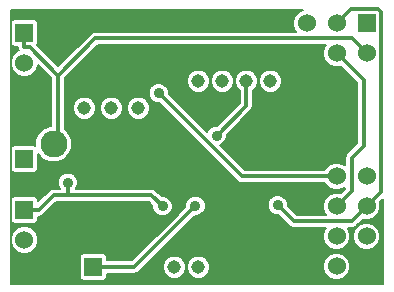
<source format=gbl>
G04 (created by PCBNEW (2011-nov-30)-testing) date Thu 18 Oct 2012 10:53:08 EDT*
%MOIN*%
G04 Gerber Fmt 3.4, Leading zero omitted, Abs format*
%FSLAX34Y34*%
G01*
G70*
G90*
G04 APERTURE LIST*
%ADD10C,3.93701e-06*%
%ADD11R,0.06X0.06*%
%ADD12C,0.06*%
%ADD13C,0.045*%
%ADD14C,0.09*%
%ADD15C,0.035*%
%ADD16C,0.012*%
%ADD17C,0.0079*%
G04 APERTURE END LIST*
G54D10*
G54D11*
X61709Y-44979D03*
G54D12*
X60709Y-44979D03*
X61709Y-43979D03*
X60709Y-43979D03*
X61709Y-42979D03*
X60709Y-42979D03*
X61709Y-41979D03*
X60709Y-41979D03*
G54D11*
X61716Y-36877D03*
G54D12*
X61716Y-37877D03*
X60716Y-36877D03*
X60716Y-37877D03*
X59716Y-36877D03*
X59716Y-37877D03*
G54D11*
X50300Y-43100D03*
G54D12*
X50300Y-44100D03*
G54D11*
X52600Y-45000D03*
G54D12*
X51600Y-45000D03*
G54D13*
X56100Y-45000D03*
X55300Y-45000D03*
X52300Y-39700D03*
X53200Y-39700D03*
X54100Y-39700D03*
X56100Y-38800D03*
X56900Y-38800D03*
X57700Y-38800D03*
X58500Y-38800D03*
G54D11*
X50300Y-37200D03*
G54D12*
X50300Y-38200D03*
G54D11*
X50300Y-41400D03*
G54D12*
X50300Y-40400D03*
G54D14*
X59150Y-40900D03*
X51276Y-40900D03*
G54D15*
X54904Y-42976D03*
X51747Y-42190D03*
X54777Y-39203D03*
X58744Y-42934D03*
X52300Y-41432D03*
X55837Y-36988D03*
X51560Y-37270D03*
X51058Y-39623D03*
X59920Y-44915D03*
X61249Y-40605D03*
X53458Y-41299D03*
X55020Y-41904D03*
X56705Y-40616D03*
X56003Y-42963D03*
G54D16*
X50300Y-43100D02*
X50780Y-43100D01*
X51747Y-42608D02*
X51747Y-42190D01*
X54536Y-42608D02*
X51747Y-42608D01*
X54904Y-42976D02*
X54536Y-42608D01*
X51272Y-42608D02*
X50780Y-43100D01*
X51747Y-42608D02*
X51272Y-42608D01*
X50300Y-37200D02*
X50300Y-37680D01*
X52659Y-37377D02*
X51418Y-38618D01*
X61216Y-37377D02*
X52659Y-37377D01*
X61716Y-37877D02*
X61216Y-37377D01*
X51418Y-40757D02*
X51418Y-38618D01*
X51275Y-40900D02*
X51418Y-40757D01*
X50480Y-37680D02*
X50300Y-37680D01*
X51418Y-38618D02*
X50480Y-37680D01*
X57553Y-41979D02*
X54777Y-39203D01*
X60709Y-41979D02*
X57553Y-41979D01*
X61209Y-42479D02*
X60709Y-42979D01*
X61209Y-41355D02*
X61209Y-42479D01*
X61608Y-40955D02*
X61209Y-41355D01*
X61608Y-38769D02*
X61608Y-40955D01*
X60716Y-37877D02*
X61608Y-38769D01*
X62203Y-42485D02*
X61709Y-42979D01*
X62203Y-36509D02*
X62203Y-42485D01*
X62092Y-36397D02*
X62203Y-36509D01*
X61197Y-36397D02*
X62092Y-36397D01*
X60716Y-36877D02*
X61197Y-36397D01*
X59290Y-43479D02*
X58744Y-42934D01*
X61209Y-43479D02*
X59290Y-43479D01*
X61709Y-42979D02*
X61209Y-43479D01*
X57700Y-39622D02*
X56705Y-40616D01*
X57700Y-38800D02*
X57700Y-39622D01*
X52600Y-45000D02*
X53080Y-45000D01*
X53966Y-45000D02*
X56003Y-42963D01*
X53080Y-45000D02*
X53966Y-45000D01*
G54D10*
G36*
X62260Y-45560D02*
X62168Y-45560D01*
X62168Y-43888D01*
X62098Y-43719D01*
X61969Y-43590D01*
X61800Y-43520D01*
X61618Y-43520D01*
X61449Y-43590D01*
X61319Y-43719D01*
X61249Y-43888D01*
X61249Y-44070D01*
X61319Y-44239D01*
X61448Y-44369D01*
X61617Y-44439D01*
X61800Y-44439D01*
X61969Y-44369D01*
X62098Y-44240D01*
X62168Y-44071D01*
X62168Y-43888D01*
X62168Y-45560D01*
X61168Y-45560D01*
X61168Y-44888D01*
X61098Y-44719D01*
X60969Y-44590D01*
X60800Y-44520D01*
X60618Y-44520D01*
X60449Y-44590D01*
X60319Y-44719D01*
X60249Y-44888D01*
X60249Y-45070D01*
X60319Y-45239D01*
X60448Y-45369D01*
X60617Y-45439D01*
X60800Y-45439D01*
X60969Y-45369D01*
X61098Y-45240D01*
X61168Y-45071D01*
X61168Y-44888D01*
X61168Y-45560D01*
X56484Y-45560D01*
X56484Y-44923D01*
X56426Y-44782D01*
X56337Y-44693D01*
X56337Y-42896D01*
X56286Y-42773D01*
X56192Y-42679D01*
X56069Y-42628D01*
X55936Y-42628D01*
X55813Y-42679D01*
X55719Y-42773D01*
X55668Y-42896D01*
X55668Y-42987D01*
X55239Y-43416D01*
X55239Y-42910D01*
X55188Y-42787D01*
X55094Y-42693D01*
X54971Y-42642D01*
X54880Y-42641D01*
X54691Y-42452D01*
X54620Y-42405D01*
X54536Y-42388D01*
X54484Y-42388D01*
X54484Y-39623D01*
X54426Y-39482D01*
X54318Y-39374D01*
X54176Y-39315D01*
X54023Y-39315D01*
X53882Y-39373D01*
X53774Y-39481D01*
X53715Y-39623D01*
X53715Y-39776D01*
X53773Y-39917D01*
X53881Y-40025D01*
X54023Y-40084D01*
X54176Y-40084D01*
X54317Y-40026D01*
X54425Y-39918D01*
X54484Y-39776D01*
X54484Y-39623D01*
X54484Y-42388D01*
X53584Y-42388D01*
X53584Y-39623D01*
X53526Y-39482D01*
X53418Y-39374D01*
X53276Y-39315D01*
X53123Y-39315D01*
X52982Y-39373D01*
X52874Y-39481D01*
X52815Y-39623D01*
X52815Y-39776D01*
X52873Y-39917D01*
X52981Y-40025D01*
X53123Y-40084D01*
X53276Y-40084D01*
X53417Y-40026D01*
X53525Y-39918D01*
X53584Y-39776D01*
X53584Y-39623D01*
X53584Y-42388D01*
X52684Y-42388D01*
X52684Y-39623D01*
X52626Y-39482D01*
X52518Y-39374D01*
X52376Y-39315D01*
X52223Y-39315D01*
X52082Y-39373D01*
X51974Y-39481D01*
X51915Y-39623D01*
X51915Y-39776D01*
X51973Y-39917D01*
X52081Y-40025D01*
X52223Y-40084D01*
X52376Y-40084D01*
X52517Y-40026D01*
X52625Y-39918D01*
X52684Y-39776D01*
X52684Y-39623D01*
X52684Y-42388D01*
X52023Y-42388D01*
X52031Y-42380D01*
X52082Y-42257D01*
X52082Y-42124D01*
X52031Y-42001D01*
X51937Y-41907D01*
X51814Y-41856D01*
X51681Y-41856D01*
X51558Y-41906D01*
X51464Y-42000D01*
X51413Y-42123D01*
X51413Y-42256D01*
X51464Y-42379D01*
X51472Y-42388D01*
X51272Y-42388D01*
X51188Y-42405D01*
X51188Y-42405D01*
X51188Y-42405D01*
X51116Y-42452D01*
X50759Y-42810D01*
X50759Y-42768D01*
X50735Y-42709D01*
X50690Y-42664D01*
X50631Y-42640D01*
X50568Y-42640D01*
X49968Y-42640D01*
X49909Y-42664D01*
X49864Y-42709D01*
X49840Y-42768D01*
X49840Y-42831D01*
X49840Y-43431D01*
X49864Y-43490D01*
X49909Y-43535D01*
X49968Y-43559D01*
X50031Y-43559D01*
X50631Y-43559D01*
X50690Y-43535D01*
X50735Y-43490D01*
X50759Y-43431D01*
X50759Y-43368D01*
X50759Y-43319D01*
X50780Y-43319D01*
X50864Y-43302D01*
X50864Y-43302D01*
X50935Y-43255D01*
X51362Y-42827D01*
X51747Y-42827D01*
X54445Y-42827D01*
X54570Y-42952D01*
X54569Y-43042D01*
X54620Y-43165D01*
X54714Y-43259D01*
X54837Y-43310D01*
X54970Y-43311D01*
X55093Y-43260D01*
X55187Y-43166D01*
X55238Y-43043D01*
X55239Y-42910D01*
X55239Y-43416D01*
X53875Y-44780D01*
X53080Y-44780D01*
X53059Y-44780D01*
X53059Y-44668D01*
X53035Y-44609D01*
X52990Y-44564D01*
X52931Y-44540D01*
X52868Y-44540D01*
X52268Y-44540D01*
X52209Y-44564D01*
X52164Y-44609D01*
X52140Y-44668D01*
X52140Y-44731D01*
X52140Y-45331D01*
X52164Y-45390D01*
X52209Y-45435D01*
X52268Y-45459D01*
X52331Y-45459D01*
X52931Y-45459D01*
X52990Y-45435D01*
X53035Y-45390D01*
X53059Y-45331D01*
X53059Y-45268D01*
X53059Y-45219D01*
X53080Y-45219D01*
X53966Y-45219D01*
X54050Y-45202D01*
X54050Y-45202D01*
X54121Y-45155D01*
X55978Y-43297D01*
X56069Y-43297D01*
X56192Y-43246D01*
X56286Y-43152D01*
X56337Y-43030D01*
X56337Y-42896D01*
X56337Y-44693D01*
X56318Y-44674D01*
X56176Y-44615D01*
X56023Y-44615D01*
X55882Y-44673D01*
X55774Y-44781D01*
X55715Y-44923D01*
X55715Y-45076D01*
X55773Y-45217D01*
X55881Y-45325D01*
X56023Y-45384D01*
X56176Y-45384D01*
X56317Y-45326D01*
X56425Y-45218D01*
X56484Y-45076D01*
X56484Y-44923D01*
X56484Y-45560D01*
X55684Y-45560D01*
X55684Y-44923D01*
X55626Y-44782D01*
X55518Y-44674D01*
X55376Y-44615D01*
X55223Y-44615D01*
X55082Y-44673D01*
X54974Y-44781D01*
X54915Y-44923D01*
X54915Y-45076D01*
X54973Y-45217D01*
X55081Y-45325D01*
X55223Y-45384D01*
X55376Y-45384D01*
X55517Y-45326D01*
X55625Y-45218D01*
X55684Y-45076D01*
X55684Y-44923D01*
X55684Y-45560D01*
X50759Y-45560D01*
X50759Y-44009D01*
X50689Y-43840D01*
X50560Y-43710D01*
X50391Y-43640D01*
X50209Y-43640D01*
X50040Y-43710D01*
X49910Y-43839D01*
X49840Y-44008D01*
X49840Y-44190D01*
X49910Y-44359D01*
X50039Y-44489D01*
X50208Y-44559D01*
X50390Y-44559D01*
X50559Y-44489D01*
X50689Y-44360D01*
X50759Y-44191D01*
X50759Y-44009D01*
X50759Y-45560D01*
X49839Y-45560D01*
X49839Y-36439D01*
X59574Y-36439D01*
X59456Y-36488D01*
X59327Y-36617D01*
X59257Y-36786D01*
X59257Y-36968D01*
X59327Y-37137D01*
X59347Y-37158D01*
X52659Y-37158D01*
X52575Y-37175D01*
X52504Y-37222D01*
X51418Y-38308D01*
X50717Y-37607D01*
X50735Y-37590D01*
X50759Y-37531D01*
X50759Y-37468D01*
X50759Y-36868D01*
X50735Y-36809D01*
X50690Y-36764D01*
X50631Y-36740D01*
X50568Y-36740D01*
X49968Y-36740D01*
X49909Y-36764D01*
X49864Y-36809D01*
X49840Y-36868D01*
X49840Y-36931D01*
X49840Y-37531D01*
X49864Y-37590D01*
X49909Y-37635D01*
X49968Y-37659D01*
X50031Y-37659D01*
X50080Y-37659D01*
X50080Y-37680D01*
X50097Y-37764D01*
X50108Y-37781D01*
X50040Y-37810D01*
X49910Y-37939D01*
X49840Y-38108D01*
X49840Y-38290D01*
X49910Y-38459D01*
X50039Y-38589D01*
X50208Y-38659D01*
X50390Y-38659D01*
X50559Y-38589D01*
X50689Y-38460D01*
X50759Y-38291D01*
X50759Y-38269D01*
X51199Y-38709D01*
X51199Y-40290D01*
X51155Y-40290D01*
X50931Y-40382D01*
X50759Y-40554D01*
X50666Y-40778D01*
X50666Y-40954D01*
X50631Y-40940D01*
X50568Y-40940D01*
X49968Y-40940D01*
X49909Y-40964D01*
X49864Y-41009D01*
X49840Y-41068D01*
X49840Y-41131D01*
X49840Y-41731D01*
X49864Y-41790D01*
X49909Y-41835D01*
X49968Y-41859D01*
X50031Y-41859D01*
X50631Y-41859D01*
X50690Y-41835D01*
X50735Y-41790D01*
X50759Y-41731D01*
X50759Y-41668D01*
X50759Y-41245D01*
X50930Y-41416D01*
X51154Y-41509D01*
X51396Y-41509D01*
X51620Y-41417D01*
X51792Y-41245D01*
X51885Y-41021D01*
X51885Y-40779D01*
X51793Y-40555D01*
X51638Y-40400D01*
X51638Y-38709D01*
X52750Y-37597D01*
X60347Y-37597D01*
X60327Y-37617D01*
X60257Y-37786D01*
X60257Y-37968D01*
X60327Y-38137D01*
X60456Y-38267D01*
X60625Y-38337D01*
X60807Y-38337D01*
X60849Y-38320D01*
X61389Y-38860D01*
X61389Y-40864D01*
X61053Y-41200D01*
X61006Y-41271D01*
X60989Y-41355D01*
X60989Y-41610D01*
X60969Y-41590D01*
X60800Y-41520D01*
X60618Y-41520D01*
X60449Y-41590D01*
X60319Y-41719D01*
X60302Y-41760D01*
X58884Y-41760D01*
X58884Y-38723D01*
X58826Y-38582D01*
X58718Y-38474D01*
X58576Y-38415D01*
X58423Y-38415D01*
X58282Y-38473D01*
X58174Y-38581D01*
X58115Y-38723D01*
X58115Y-38876D01*
X58173Y-39017D01*
X58281Y-39125D01*
X58423Y-39184D01*
X58576Y-39184D01*
X58717Y-39126D01*
X58825Y-39018D01*
X58884Y-38876D01*
X58884Y-38723D01*
X58884Y-41760D01*
X57644Y-41760D01*
X56817Y-40932D01*
X56894Y-40900D01*
X56989Y-40806D01*
X57040Y-40683D01*
X57040Y-40592D01*
X57855Y-39777D01*
X57855Y-39777D01*
X57902Y-39706D01*
X57902Y-39706D01*
X57902Y-39706D01*
X57919Y-39622D01*
X57919Y-39622D01*
X57919Y-39124D01*
X58025Y-39018D01*
X58084Y-38876D01*
X58084Y-38723D01*
X58026Y-38582D01*
X57918Y-38474D01*
X57776Y-38415D01*
X57623Y-38415D01*
X57482Y-38473D01*
X57374Y-38581D01*
X57315Y-38723D01*
X57315Y-38876D01*
X57373Y-39017D01*
X57480Y-39124D01*
X57480Y-39531D01*
X57284Y-39727D01*
X57284Y-38723D01*
X57226Y-38582D01*
X57118Y-38474D01*
X56976Y-38415D01*
X56823Y-38415D01*
X56682Y-38473D01*
X56574Y-38581D01*
X56515Y-38723D01*
X56515Y-38876D01*
X56573Y-39017D01*
X56681Y-39125D01*
X56823Y-39184D01*
X56976Y-39184D01*
X57117Y-39126D01*
X57225Y-39018D01*
X57284Y-38876D01*
X57284Y-38723D01*
X57284Y-39727D01*
X56729Y-40282D01*
X56639Y-40282D01*
X56516Y-40332D01*
X56484Y-40364D01*
X56484Y-38723D01*
X56426Y-38582D01*
X56318Y-38474D01*
X56176Y-38415D01*
X56023Y-38415D01*
X55882Y-38473D01*
X55774Y-38581D01*
X55715Y-38723D01*
X55715Y-38876D01*
X55773Y-39017D01*
X55881Y-39125D01*
X56023Y-39184D01*
X56176Y-39184D01*
X56317Y-39126D01*
X56425Y-39018D01*
X56484Y-38876D01*
X56484Y-38723D01*
X56484Y-40364D01*
X56422Y-40427D01*
X56389Y-40505D01*
X55112Y-39227D01*
X55112Y-39137D01*
X55061Y-39014D01*
X54967Y-38920D01*
X54844Y-38869D01*
X54711Y-38869D01*
X54588Y-38920D01*
X54494Y-39014D01*
X54443Y-39136D01*
X54443Y-39270D01*
X54493Y-39393D01*
X54587Y-39487D01*
X54710Y-39538D01*
X54801Y-39538D01*
X57398Y-42135D01*
X57398Y-42135D01*
X57469Y-42182D01*
X57469Y-42182D01*
X57553Y-42199D01*
X60302Y-42199D01*
X60319Y-42239D01*
X60448Y-42369D01*
X60617Y-42439D01*
X60800Y-42439D01*
X60969Y-42369D01*
X60989Y-42349D01*
X60989Y-42389D01*
X60841Y-42537D01*
X60800Y-42520D01*
X60618Y-42520D01*
X60449Y-42590D01*
X60319Y-42719D01*
X60249Y-42888D01*
X60249Y-43070D01*
X60319Y-43239D01*
X60339Y-43260D01*
X59380Y-43260D01*
X59078Y-42958D01*
X59078Y-42867D01*
X59027Y-42744D01*
X58933Y-42650D01*
X58811Y-42599D01*
X58678Y-42599D01*
X58555Y-42650D01*
X58460Y-42744D01*
X58409Y-42867D01*
X58409Y-43000D01*
X58460Y-43123D01*
X58554Y-43217D01*
X58677Y-43268D01*
X58768Y-43268D01*
X59134Y-43635D01*
X59134Y-43635D01*
X59206Y-43682D01*
X59206Y-43682D01*
X59290Y-43699D01*
X60339Y-43699D01*
X60319Y-43719D01*
X60249Y-43888D01*
X60249Y-44070D01*
X60319Y-44239D01*
X60448Y-44369D01*
X60617Y-44439D01*
X60800Y-44439D01*
X60969Y-44369D01*
X61098Y-44240D01*
X61168Y-44071D01*
X61168Y-43888D01*
X61098Y-43719D01*
X61078Y-43699D01*
X61209Y-43699D01*
X61293Y-43682D01*
X61293Y-43682D01*
X61364Y-43635D01*
X61576Y-43422D01*
X61617Y-43439D01*
X61800Y-43439D01*
X61969Y-43369D01*
X62098Y-43240D01*
X62168Y-43071D01*
X62168Y-42888D01*
X62151Y-42847D01*
X62260Y-42738D01*
X62260Y-45560D01*
X62260Y-45560D01*
G37*
G54D17*
X62260Y-45560D02*
X62168Y-45560D01*
X62168Y-43888D01*
X62098Y-43719D01*
X61969Y-43590D01*
X61800Y-43520D01*
X61618Y-43520D01*
X61449Y-43590D01*
X61319Y-43719D01*
X61249Y-43888D01*
X61249Y-44070D01*
X61319Y-44239D01*
X61448Y-44369D01*
X61617Y-44439D01*
X61800Y-44439D01*
X61969Y-44369D01*
X62098Y-44240D01*
X62168Y-44071D01*
X62168Y-43888D01*
X62168Y-45560D01*
X61168Y-45560D01*
X61168Y-44888D01*
X61098Y-44719D01*
X60969Y-44590D01*
X60800Y-44520D01*
X60618Y-44520D01*
X60449Y-44590D01*
X60319Y-44719D01*
X60249Y-44888D01*
X60249Y-45070D01*
X60319Y-45239D01*
X60448Y-45369D01*
X60617Y-45439D01*
X60800Y-45439D01*
X60969Y-45369D01*
X61098Y-45240D01*
X61168Y-45071D01*
X61168Y-44888D01*
X61168Y-45560D01*
X56484Y-45560D01*
X56484Y-44923D01*
X56426Y-44782D01*
X56337Y-44693D01*
X56337Y-42896D01*
X56286Y-42773D01*
X56192Y-42679D01*
X56069Y-42628D01*
X55936Y-42628D01*
X55813Y-42679D01*
X55719Y-42773D01*
X55668Y-42896D01*
X55668Y-42987D01*
X55239Y-43416D01*
X55239Y-42910D01*
X55188Y-42787D01*
X55094Y-42693D01*
X54971Y-42642D01*
X54880Y-42641D01*
X54691Y-42452D01*
X54620Y-42405D01*
X54536Y-42388D01*
X54484Y-42388D01*
X54484Y-39623D01*
X54426Y-39482D01*
X54318Y-39374D01*
X54176Y-39315D01*
X54023Y-39315D01*
X53882Y-39373D01*
X53774Y-39481D01*
X53715Y-39623D01*
X53715Y-39776D01*
X53773Y-39917D01*
X53881Y-40025D01*
X54023Y-40084D01*
X54176Y-40084D01*
X54317Y-40026D01*
X54425Y-39918D01*
X54484Y-39776D01*
X54484Y-39623D01*
X54484Y-42388D01*
X53584Y-42388D01*
X53584Y-39623D01*
X53526Y-39482D01*
X53418Y-39374D01*
X53276Y-39315D01*
X53123Y-39315D01*
X52982Y-39373D01*
X52874Y-39481D01*
X52815Y-39623D01*
X52815Y-39776D01*
X52873Y-39917D01*
X52981Y-40025D01*
X53123Y-40084D01*
X53276Y-40084D01*
X53417Y-40026D01*
X53525Y-39918D01*
X53584Y-39776D01*
X53584Y-39623D01*
X53584Y-42388D01*
X52684Y-42388D01*
X52684Y-39623D01*
X52626Y-39482D01*
X52518Y-39374D01*
X52376Y-39315D01*
X52223Y-39315D01*
X52082Y-39373D01*
X51974Y-39481D01*
X51915Y-39623D01*
X51915Y-39776D01*
X51973Y-39917D01*
X52081Y-40025D01*
X52223Y-40084D01*
X52376Y-40084D01*
X52517Y-40026D01*
X52625Y-39918D01*
X52684Y-39776D01*
X52684Y-39623D01*
X52684Y-42388D01*
X52023Y-42388D01*
X52031Y-42380D01*
X52082Y-42257D01*
X52082Y-42124D01*
X52031Y-42001D01*
X51937Y-41907D01*
X51814Y-41856D01*
X51681Y-41856D01*
X51558Y-41906D01*
X51464Y-42000D01*
X51413Y-42123D01*
X51413Y-42256D01*
X51464Y-42379D01*
X51472Y-42388D01*
X51272Y-42388D01*
X51188Y-42405D01*
X51188Y-42405D01*
X51188Y-42405D01*
X51116Y-42452D01*
X50759Y-42810D01*
X50759Y-42768D01*
X50735Y-42709D01*
X50690Y-42664D01*
X50631Y-42640D01*
X50568Y-42640D01*
X49968Y-42640D01*
X49909Y-42664D01*
X49864Y-42709D01*
X49840Y-42768D01*
X49840Y-42831D01*
X49840Y-43431D01*
X49864Y-43490D01*
X49909Y-43535D01*
X49968Y-43559D01*
X50031Y-43559D01*
X50631Y-43559D01*
X50690Y-43535D01*
X50735Y-43490D01*
X50759Y-43431D01*
X50759Y-43368D01*
X50759Y-43319D01*
X50780Y-43319D01*
X50864Y-43302D01*
X50864Y-43302D01*
X50935Y-43255D01*
X51362Y-42827D01*
X51747Y-42827D01*
X54445Y-42827D01*
X54570Y-42952D01*
X54569Y-43042D01*
X54620Y-43165D01*
X54714Y-43259D01*
X54837Y-43310D01*
X54970Y-43311D01*
X55093Y-43260D01*
X55187Y-43166D01*
X55238Y-43043D01*
X55239Y-42910D01*
X55239Y-43416D01*
X53875Y-44780D01*
X53080Y-44780D01*
X53059Y-44780D01*
X53059Y-44668D01*
X53035Y-44609D01*
X52990Y-44564D01*
X52931Y-44540D01*
X52868Y-44540D01*
X52268Y-44540D01*
X52209Y-44564D01*
X52164Y-44609D01*
X52140Y-44668D01*
X52140Y-44731D01*
X52140Y-45331D01*
X52164Y-45390D01*
X52209Y-45435D01*
X52268Y-45459D01*
X52331Y-45459D01*
X52931Y-45459D01*
X52990Y-45435D01*
X53035Y-45390D01*
X53059Y-45331D01*
X53059Y-45268D01*
X53059Y-45219D01*
X53080Y-45219D01*
X53966Y-45219D01*
X54050Y-45202D01*
X54050Y-45202D01*
X54121Y-45155D01*
X55978Y-43297D01*
X56069Y-43297D01*
X56192Y-43246D01*
X56286Y-43152D01*
X56337Y-43030D01*
X56337Y-42896D01*
X56337Y-44693D01*
X56318Y-44674D01*
X56176Y-44615D01*
X56023Y-44615D01*
X55882Y-44673D01*
X55774Y-44781D01*
X55715Y-44923D01*
X55715Y-45076D01*
X55773Y-45217D01*
X55881Y-45325D01*
X56023Y-45384D01*
X56176Y-45384D01*
X56317Y-45326D01*
X56425Y-45218D01*
X56484Y-45076D01*
X56484Y-44923D01*
X56484Y-45560D01*
X55684Y-45560D01*
X55684Y-44923D01*
X55626Y-44782D01*
X55518Y-44674D01*
X55376Y-44615D01*
X55223Y-44615D01*
X55082Y-44673D01*
X54974Y-44781D01*
X54915Y-44923D01*
X54915Y-45076D01*
X54973Y-45217D01*
X55081Y-45325D01*
X55223Y-45384D01*
X55376Y-45384D01*
X55517Y-45326D01*
X55625Y-45218D01*
X55684Y-45076D01*
X55684Y-44923D01*
X55684Y-45560D01*
X50759Y-45560D01*
X50759Y-44009D01*
X50689Y-43840D01*
X50560Y-43710D01*
X50391Y-43640D01*
X50209Y-43640D01*
X50040Y-43710D01*
X49910Y-43839D01*
X49840Y-44008D01*
X49840Y-44190D01*
X49910Y-44359D01*
X50039Y-44489D01*
X50208Y-44559D01*
X50390Y-44559D01*
X50559Y-44489D01*
X50689Y-44360D01*
X50759Y-44191D01*
X50759Y-44009D01*
X50759Y-45560D01*
X49839Y-45560D01*
X49839Y-36439D01*
X59574Y-36439D01*
X59456Y-36488D01*
X59327Y-36617D01*
X59257Y-36786D01*
X59257Y-36968D01*
X59327Y-37137D01*
X59347Y-37158D01*
X52659Y-37158D01*
X52575Y-37175D01*
X52504Y-37222D01*
X51418Y-38308D01*
X50717Y-37607D01*
X50735Y-37590D01*
X50759Y-37531D01*
X50759Y-37468D01*
X50759Y-36868D01*
X50735Y-36809D01*
X50690Y-36764D01*
X50631Y-36740D01*
X50568Y-36740D01*
X49968Y-36740D01*
X49909Y-36764D01*
X49864Y-36809D01*
X49840Y-36868D01*
X49840Y-36931D01*
X49840Y-37531D01*
X49864Y-37590D01*
X49909Y-37635D01*
X49968Y-37659D01*
X50031Y-37659D01*
X50080Y-37659D01*
X50080Y-37680D01*
X50097Y-37764D01*
X50108Y-37781D01*
X50040Y-37810D01*
X49910Y-37939D01*
X49840Y-38108D01*
X49840Y-38290D01*
X49910Y-38459D01*
X50039Y-38589D01*
X50208Y-38659D01*
X50390Y-38659D01*
X50559Y-38589D01*
X50689Y-38460D01*
X50759Y-38291D01*
X50759Y-38269D01*
X51199Y-38709D01*
X51199Y-40290D01*
X51155Y-40290D01*
X50931Y-40382D01*
X50759Y-40554D01*
X50666Y-40778D01*
X50666Y-40954D01*
X50631Y-40940D01*
X50568Y-40940D01*
X49968Y-40940D01*
X49909Y-40964D01*
X49864Y-41009D01*
X49840Y-41068D01*
X49840Y-41131D01*
X49840Y-41731D01*
X49864Y-41790D01*
X49909Y-41835D01*
X49968Y-41859D01*
X50031Y-41859D01*
X50631Y-41859D01*
X50690Y-41835D01*
X50735Y-41790D01*
X50759Y-41731D01*
X50759Y-41668D01*
X50759Y-41245D01*
X50930Y-41416D01*
X51154Y-41509D01*
X51396Y-41509D01*
X51620Y-41417D01*
X51792Y-41245D01*
X51885Y-41021D01*
X51885Y-40779D01*
X51793Y-40555D01*
X51638Y-40400D01*
X51638Y-38709D01*
X52750Y-37597D01*
X60347Y-37597D01*
X60327Y-37617D01*
X60257Y-37786D01*
X60257Y-37968D01*
X60327Y-38137D01*
X60456Y-38267D01*
X60625Y-38337D01*
X60807Y-38337D01*
X60849Y-38320D01*
X61389Y-38860D01*
X61389Y-40864D01*
X61053Y-41200D01*
X61006Y-41271D01*
X60989Y-41355D01*
X60989Y-41610D01*
X60969Y-41590D01*
X60800Y-41520D01*
X60618Y-41520D01*
X60449Y-41590D01*
X60319Y-41719D01*
X60302Y-41760D01*
X58884Y-41760D01*
X58884Y-38723D01*
X58826Y-38582D01*
X58718Y-38474D01*
X58576Y-38415D01*
X58423Y-38415D01*
X58282Y-38473D01*
X58174Y-38581D01*
X58115Y-38723D01*
X58115Y-38876D01*
X58173Y-39017D01*
X58281Y-39125D01*
X58423Y-39184D01*
X58576Y-39184D01*
X58717Y-39126D01*
X58825Y-39018D01*
X58884Y-38876D01*
X58884Y-38723D01*
X58884Y-41760D01*
X57644Y-41760D01*
X56817Y-40932D01*
X56894Y-40900D01*
X56989Y-40806D01*
X57040Y-40683D01*
X57040Y-40592D01*
X57855Y-39777D01*
X57855Y-39777D01*
X57902Y-39706D01*
X57902Y-39706D01*
X57902Y-39706D01*
X57919Y-39622D01*
X57919Y-39622D01*
X57919Y-39124D01*
X58025Y-39018D01*
X58084Y-38876D01*
X58084Y-38723D01*
X58026Y-38582D01*
X57918Y-38474D01*
X57776Y-38415D01*
X57623Y-38415D01*
X57482Y-38473D01*
X57374Y-38581D01*
X57315Y-38723D01*
X57315Y-38876D01*
X57373Y-39017D01*
X57480Y-39124D01*
X57480Y-39531D01*
X57284Y-39727D01*
X57284Y-38723D01*
X57226Y-38582D01*
X57118Y-38474D01*
X56976Y-38415D01*
X56823Y-38415D01*
X56682Y-38473D01*
X56574Y-38581D01*
X56515Y-38723D01*
X56515Y-38876D01*
X56573Y-39017D01*
X56681Y-39125D01*
X56823Y-39184D01*
X56976Y-39184D01*
X57117Y-39126D01*
X57225Y-39018D01*
X57284Y-38876D01*
X57284Y-38723D01*
X57284Y-39727D01*
X56729Y-40282D01*
X56639Y-40282D01*
X56516Y-40332D01*
X56484Y-40364D01*
X56484Y-38723D01*
X56426Y-38582D01*
X56318Y-38474D01*
X56176Y-38415D01*
X56023Y-38415D01*
X55882Y-38473D01*
X55774Y-38581D01*
X55715Y-38723D01*
X55715Y-38876D01*
X55773Y-39017D01*
X55881Y-39125D01*
X56023Y-39184D01*
X56176Y-39184D01*
X56317Y-39126D01*
X56425Y-39018D01*
X56484Y-38876D01*
X56484Y-38723D01*
X56484Y-40364D01*
X56422Y-40427D01*
X56389Y-40505D01*
X55112Y-39227D01*
X55112Y-39137D01*
X55061Y-39014D01*
X54967Y-38920D01*
X54844Y-38869D01*
X54711Y-38869D01*
X54588Y-38920D01*
X54494Y-39014D01*
X54443Y-39136D01*
X54443Y-39270D01*
X54493Y-39393D01*
X54587Y-39487D01*
X54710Y-39538D01*
X54801Y-39538D01*
X57398Y-42135D01*
X57398Y-42135D01*
X57469Y-42182D01*
X57469Y-42182D01*
X57553Y-42199D01*
X60302Y-42199D01*
X60319Y-42239D01*
X60448Y-42369D01*
X60617Y-42439D01*
X60800Y-42439D01*
X60969Y-42369D01*
X60989Y-42349D01*
X60989Y-42389D01*
X60841Y-42537D01*
X60800Y-42520D01*
X60618Y-42520D01*
X60449Y-42590D01*
X60319Y-42719D01*
X60249Y-42888D01*
X60249Y-43070D01*
X60319Y-43239D01*
X60339Y-43260D01*
X59380Y-43260D01*
X59078Y-42958D01*
X59078Y-42867D01*
X59027Y-42744D01*
X58933Y-42650D01*
X58811Y-42599D01*
X58678Y-42599D01*
X58555Y-42650D01*
X58460Y-42744D01*
X58409Y-42867D01*
X58409Y-43000D01*
X58460Y-43123D01*
X58554Y-43217D01*
X58677Y-43268D01*
X58768Y-43268D01*
X59134Y-43635D01*
X59134Y-43635D01*
X59206Y-43682D01*
X59206Y-43682D01*
X59290Y-43699D01*
X60339Y-43699D01*
X60319Y-43719D01*
X60249Y-43888D01*
X60249Y-44070D01*
X60319Y-44239D01*
X60448Y-44369D01*
X60617Y-44439D01*
X60800Y-44439D01*
X60969Y-44369D01*
X61098Y-44240D01*
X61168Y-44071D01*
X61168Y-43888D01*
X61098Y-43719D01*
X61078Y-43699D01*
X61209Y-43699D01*
X61293Y-43682D01*
X61293Y-43682D01*
X61364Y-43635D01*
X61576Y-43422D01*
X61617Y-43439D01*
X61800Y-43439D01*
X61969Y-43369D01*
X62098Y-43240D01*
X62168Y-43071D01*
X62168Y-42888D01*
X62151Y-42847D01*
X62260Y-42738D01*
X62260Y-45560D01*
M02*

</source>
